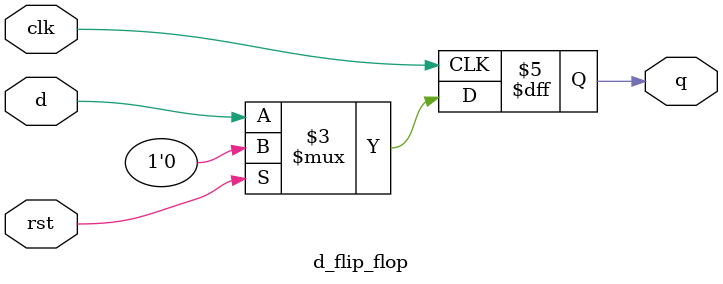
<source format=v>
module d_flip_flop(input d,clk,rst,
                   output reg q);
  always@(posedge clk)begin
    if(rst)
      q<=0;
    else
      q<=d;
  end
endmodule

</source>
